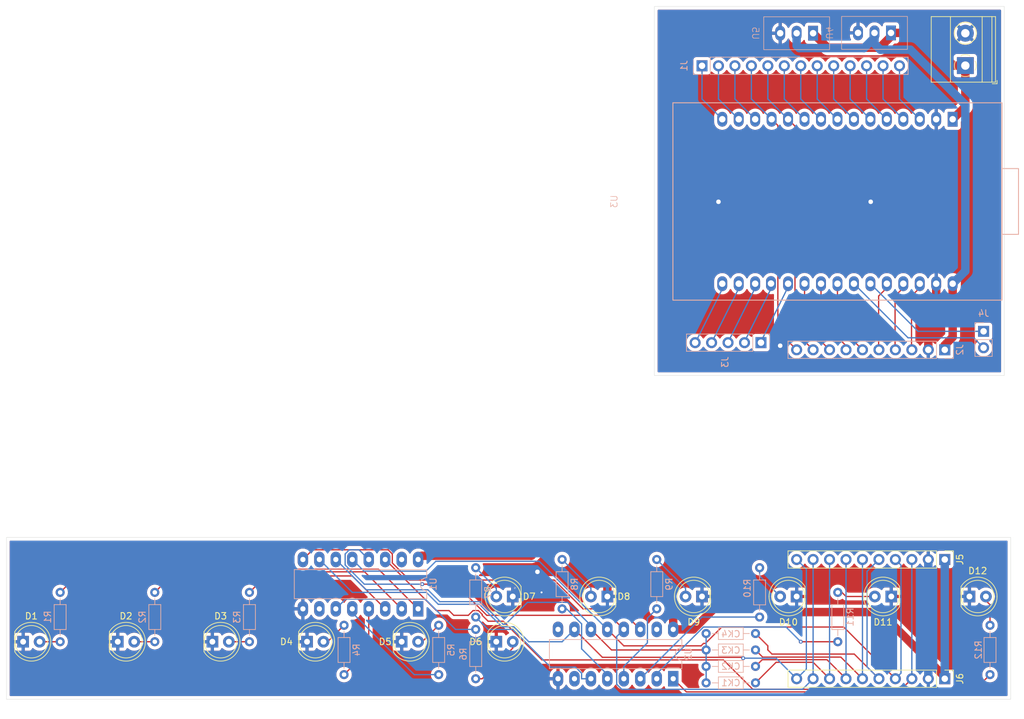
<source format=kicad_pcb>
(kicad_pcb (version 20240108) (generator "pcbnew") (generator_version "8.0")
  (layers (0 "F.Cu" signal) (31 "B.Cu" signal) (34 "B.Paste" user) (35 "F.Paste" user) (36 "B.SilkS" user "B.Silkscreen") (37 "F.SilkS" user "F.Silkscreen") (38 "B.Mask" user) (39 "F.Mask" user) (44 "Edge.Cuts" user))
  (net 0 "")
  (net 1 "Net-(D1-A)")
  (net 2 "GND")
  (net 3 "Net-(D2-A)")
  (net 4 "Net-(D3-A)")
  (net 5 "Net-(D4-A)")
  (net 6 "Net-(D5-A)")
  (net 7 "Net-(D6-A)")
  (net 8 "Net-(D7-A)")
  (net 9 "Net-(D8-A)")
  (net 10 "Net-(D9-A)")
  (net 11 "Net-(D10-A)")
  (net 12 "Net-(D11-A)")
  (net 13 "/SRCLK_3")
  (net 14 "/SRCLK_4")
  (net 15 "/SHARED_DATA")
  (net 16 "/SHARED_OE")
  (net 17 "/SRCLK_1")
  (net 18 "/SHARED_RST")
  (net 19 "/SRCLK_2")
  (net 20 "/SHARED_RCLK")
  (net 21 "+3.3V")
  (net 22 "Net-(U1-QB)")
  (net 23 "Net-(U1-QC)")
  (net 24 "Net-(U1-QD)")
  (net 25 "Net-(U1-QE)")
  (net 26 "Net-(U1-QF)")
  (net 27 "Net-(U1-QG)")
  (net 28 "Net-(U2-QG)")
  (net 29 "Net-(U2-QF)")
  (net 30 "Net-(U2-QE)")
  (net 31 "Net-(U2-QD)")
  (net 32 "Net-(U2-QC)")
  (net 33 "Net-(U2-QB)")
  (net 34 "/SRCLK")
  (net 36 "Net-(U1-QH')")
  (net 41 "+5V")
  (net 42 "Net-(J1-Pin_9)")
  (net 43 "Net-(J1-Pin_3)")
  (net 44 "Net-(J1-Pin_13)")
  (net 45 "Net-(J1-Pin_8)")
  (net 46 "Net-(J1-Pin_2)")
  (net 47 "Net-(J1-Pin_6)")
  (net 48 "Net-(J1-Pin_10)")
  (net 49 "Net-(J1-Pin_1)")
  (net 50 "Net-(J1-Pin_7)")
  (net 51 "Net-(J1-Pin_12)")
  (net 52 "Net-(J1-Pin_11)")
  (net 53 "Net-(J3-Pin_1)")
  (net 54 "Net-(J3-Pin_2)")
  (net 55 "Net-(J3-Pin_4)")
  (net 56 "Net-(J3-Pin_5)")
  (net 57 "Net-(J3-Pin_3)")
  (net 58 "Net-(J4-Pin_2)")
  (net 59 "Net-(J4-Pin_1)")
  (net 60 "Net-(D12-A)")
  (footprint "TerminalBlock_Phoenix:TerminalBlock_Phoenix_MKDS-1,5-2_1x02_P5.00mm_Horizontal" (layer "F.Cu") (at 260.985 29.13 90)
    (property "Reference" "J7" (hide yes))
    (property "Value" "Conn_01x02")
  )
  (footprint "Connector_PinHeader_2.54mm:PinHeader_1x10_P2.54mm_Vertical" (layer "F.Cu") (at 257.81 105.41 -90)
    (property "Reference" "J5")
    (property "Value" "Conn_01x10_Pin")
  )
  (footprint "LED_THT:LED_D5.0mm" (layer "F.Cu") (at 249.555 111.125 180)
    (property "Reference" "D11")
    (property "Value" "LED")
  )
  (footprint "LED_THT:LED_D5.0mm" (layer "F.Cu") (at 144.78 118.11)
    (property "Reference" "D3")
    (property "Value" "LED")
  )
  (footprint "LED_THT:LED_D5.0mm" (layer "F.Cu") (at 234.95 111.125 180)
    (property "Reference" "D10")
    (property "Value" "LED")
  )
  (footprint "LED_THT:LED_D5.0mm" (layer "F.Cu") (at 220.345 111.125 180)
    (property "Reference" "D9")
    (property "Value" "LED")
  )
  (footprint "LED_THT:LED_D5.0mm" (layer "F.Cu") (at 205.74 111.125 180)
    (property "Reference" "D8")
    (property "Value" "LED")
  )
  (footprint "LED_THT:LED_D5.0mm" (layer "F.Cu") (at 191.135 111.125 180)
    (property "Reference" "D7")
    (property "Value" "LED")
  )
  (footprint "LED_THT:LED_D5.0mm" (layer "F.Cu") (at 188.595 118.11)
    (property "Reference" "D6")
    (property "Value" "LED")
  )
  (footprint "LED_THT:LED_D5.0mm" (layer "F.Cu") (at 115.57 118.11)
    (property "Reference" "D1")
    (property "Value" "LED")
  )
  (footprint "LED_THT:LED_D5.0mm" (layer "F.Cu") (at 173.99 118.11)
    (property "Reference" "D5")
    (property "Value" "LED")
  )
  (footprint "Connector_PinHeader_2.54mm:PinHeader_1x10_P2.54mm_Vertical" (layer "F.Cu") (at 257.81 123.825 -90)
    (property "Reference" "J6")
    (property "Value" "Conn_01x10_Pin")
  )
  (footprint "LED_THT:LED_D5.0mm" (layer "F.Cu") (at 159.385 118.11)
    (property "Reference" "D4")
    (property "Value" "LED")
  )
  (footprint "LED_THT:LED_D5.0mm" (layer "F.Cu") (at 261.62 111.125)
    (property "Reference" "D12")
    (property "Value" "LED")
  )
  (footprint "LED_THT:LED_D5.0mm" (layer "F.Cu") (at 130.175 118.11)
    (property "Reference" "D2")
    (property "Value" "LED")
  )
  (footprint "Converter_DCDC_4.7-10Vto3.3V:DCDC_4.7-10to3.3V_THT" (layer "B.Cu") (at 246.965 24.08 90)
    (property "Reference" "U4")
    (property "Value" "~")
  )
  (footprint "Connector_PinSocket_2.54mm:PinSocket_1x05_P2.54mm_Vertical" (layer "B.Cu") (at 229.445 71.92 90)
    (property "Reference" "J3")
    (property "Value" "Conn_01x05_Pin")
  )
  (footprint "Package_DIP:DIP-16_W7.62mm_LongPads" (layer "B.Cu") (at 176.53 113.03 90)
    (property "Reference" "U1")
    (property "Value" "74HC595")
  )
  (footprint "Connector_PinHeader_2.54mm:PinHeader_1x10_P2.54mm_Vertical" (layer "B.Cu") (at 257.81 73.025 90)
    (property "Reference" "J2")
    (property "Value" "Conn_01x10_Pin")
  )
  (footprint "Resistor_THT:R_Axial_DIN0204_L3.6mm_D1.6mm_P7.62mm_Horizontal" (layer "B.Cu") (at 264.795 123.19 90)
    (property "Reference" "R12")
    (property "Value" "R")
  )
  (footprint "Resistor_THT:R_Axial_DIN0204_L3.6mm_D1.6mm_P7.62mm_Horizontal" (layer "B.Cu") (at 165.1 123.19 90)
    (property "Reference" "R4")
    (property "Value" "R")
  )
  (footprint "Resistor_THT:R_Axial_DIN0204_L3.6mm_D1.6mm_P7.62mm_Horizontal" (layer "B.Cu") (at 228.6 121.92 180)
    (property "Reference" "CK2")
    (property "Value" "R")
  )
  (footprint "Resistor_THT:R_Axial_DIN0204_L3.6mm_D1.6mm_P7.62mm_Horizontal" (layer "B.Cu") (at 179.705 123.19 90)
    (property "Reference" "R5")
    (property "Value" "R")
  )
  (footprint "Resistor_THT:R_Axial_DIN0204_L3.6mm_D1.6mm_P7.62mm_Horizontal" (layer "B.Cu") (at 185.42 116.205 -90)
    (property "Reference" "R6")
    (property "Value" "R")
  )
  (footprint "Resistor_THT:R_Axial_DIN0204_L3.6mm_D1.6mm_P7.62mm_Horizontal" (layer "B.Cu") (at 213.36 113.03 90)
    (property "Reference" "R9")
    (property "Value" "R")
  )
  (footprint "Resistor_THT:R_Axial_DIN0204_L3.6mm_D1.6mm_P7.62mm_Horizontal" (layer "B.Cu") (at 198.755 113.03 90)
    (property "Reference" "R8")
    (property "Value" "R")
  )
  (footprint "Resistor_THT:R_Axial_DIN0204_L3.6mm_D1.6mm_P7.62mm_Horizontal" (layer "B.Cu") (at 241.3 118.11 90)
    (property "Reference" "R11")
    (property "Value" "R")
  )
  (footprint "Resistor_THT:R_Axial_DIN0204_L3.6mm_D1.6mm_P7.62mm_Horizontal" (layer "B.Cu") (at 121.285 110.49 -90)
    (property "Reference" "R1")
    (property "Value" "R")
  )
  (footprint "Resistor_THT:R_Axial_DIN0204_L3.6mm_D1.6mm_P7.62mm_Horizontal" (layer "B.Cu") (at 150.495 110.49 -90)
    (property "Reference" "R3")
    (property "Value" "R")
  )
  (footprint "Resistor_THT:R_Axial_DIN0204_L3.6mm_D1.6mm_P7.62mm_Horizontal" (layer "B.Cu") (at 229.235 114.3 90)
    (property "Reference" "R10")
    (property "Value" "R")
  )
  (footprint "Package_DIP:DIP-16_W7.62mm_LongPads" (layer "B.Cu") (at 215.9 123.825 90)
    (property "Reference" "U2")
    (property "Value" "74HC595")
  )
  (footprint "ESP32_Nodemcu_devkit:ESP32_Nodemcu_devkit" (layer "B.Cu") (at 243.79 50.115 -90)
    (property "Reference" "U3")
    (property "Value" "~")
  )
  (footprint "Resistor_THT:R_Axial_DIN0204_L3.6mm_D1.6mm_P7.62mm_Horizontal" (layer "B.Cu") (at 228.6 124.46 180)
    (property "Reference" "CK1")
    (property "Value" "R")
  )
  (footprint "Resistor_THT:R_Axial_DIN0204_L3.6mm_D1.6mm_P7.62mm_Horizontal" (layer "B.Cu") (at 135.89 110.49 -90)
    (property "Reference" "R2")
    (property "Value" "R")
  )
  (footprint "Resistor_THT:R_Axial_DIN0204_L3.6mm_D1.6mm_P7.62mm_Horizontal" (layer "B.Cu") (at 228.6 116.84 180)
    (property "Reference" "CK4")
    (property "Value" "R")
  )
  (footprint "Connector_PinSocket_2.54mm:PinSocket_1x02_P2.54mm_Vertical" (layer "B.Cu") (at 263.8 70.17 180)
    (property "Reference" "J4")
    (property "Value" "Conn_01x02_Pin")
  )
  (footprint "Connector_PinSocket_2.54mm:PinSocket_1x13_P2.54mm_Vertical" (layer "B.Cu") (at 220.345 29.16 -90)
    (property "Reference" "J1")
    (property "Value" "Conn_01x13_Pin")
  )
  (footprint "Converter_DCDC_4.7-10Vto3.3V:DCDC_4.7-10to3.3V_THT" (layer "B.Cu") (at 234.95 24.13 90)
    (property "Reference" "U5")
    (property "Value" "~")
  )
  (footprint "Resistor_THT:R_Axial_DIN0204_L3.6mm_D1.6mm_P7.62mm_Horizontal" (layer "B.Cu") (at 185.42 114.3 90)
    (property "Reference" "R7")
    (property "Value" "R")
  )
  (footprint "Resistor_THT:R_Axial_DIN0204_L3.6mm_D1.6mm_P7.62mm_Horizontal" (layer "B.Cu") (at 228.6 119.38 180)
    (property "Reference" "CK3")
    (property "Value" "R")
  )
  (gr_line (start 233.825 62.92) (end 229.365 71.92) (stroke (width 0.2)) (layer "B.Cu") (net 53))
  (gr_line (start 228.825 62.92) (end 224.315 71.945) (stroke (width 0.2)) (layer "B.Cu") (net 57))
  (gr_line (start 226.325 62.92) (end 221.825 71.92) (stroke (width 0.2)) (layer "B.Cu") (net 55))
  (gr_line (start 223.825 62.92) (end 219.325 71.92) (stroke (width 0.2)) (layer "B.Cu") (net 56))
  (gr_line (start 231.325 62.92) (end 226.825 71.92) (stroke (width 0.2)) (layer "B.Cu") (net 54))
  (gr_rect (start 213 20) (end 267 77) (stroke (width 0.05)) (fill none) (layer "Edge.Cuts"))
  (gr_rect (start 113 102) (end 268 127) (stroke (width 0.05)) (fill none) (layer "Edge.Cuts"))
  (segment (start 121.285 118.11) (end 118.11 118.11) (width 0.2) (layer "F.Cu") (net 1))
  (segment (start 205.74 108.925) (end 205.74 111.125) (width 1.3) (layer "F.Cu") (net 2))
  (segment (start 256.49 62.815) (end 256.49 65.258) (width 1.3) (layer "F.Cu") (net 2))
  (segment (start 256.49 65.258) (end 255.27 66.478) (width 1.3) (layer "F.Cu") (net 2))
  (segment (start 255.27 66.478) (end 255.27 73.025) (width 1.3) (layer "F.Cu") (net 2))
  (segment (start 194.945 107.315) (end 204.13 107.315) (width 1.3) (layer "F.Cu") (net 2))
  (segment (start 204.13 107.315) (end 205.74 108.925) (width 1.3) (layer "F.Cu") (net 2))
  (via (at 194.945 107.315) (size 1) (drill 0.7) (layers "F.Cu" "B.Cu") (net 2))
  (via (at 232.41 72.39) (size 1) (drill 0.7) (layers "F.Cu" "B.Cu") (net 2))
  (via (at 246.38 50.165) (size 1) (drill 0.7) (layers "F.Cu" "B.Cu") (net 2))
  (via (at 222.885 50.165) (size 1) (drill 0.7) (layers "F.Cu" "B.Cu") (net 2))
  (via (at 195.58 110.49) (size 0.6) (drill 0.3) (layers "F.Cu" "B.Cu") (net 2))
  (segment (start 255.27 105.41) (end 255.27 123.825) (width 1.3) (layer "B.Cu") (net 2))
  (segment (start 191.135 111.125) (end 194.945 107.315) (width 1.3) (layer "B.Cu") (net 2))
  (segment (start 135.89 118.11) (end 132.715 118.11) (width 0.2) (layer "F.Cu") (net 3))
  (segment (start 150.495 118.11) (end 147.32 118.11) (width 0.2) (layer "F.Cu") (net 4))
  (segment (start 162.56 118.11) (end 161.925 118.11) (width 0.2) (layer "F.Cu") (net 5))
  (segment (start 165.1 115.57) (end 162.56 118.11) (width 0.2) (layer "F.Cu") (net 5))
  (segment (start 179.705 115.57) (end 177.165 118.11) (width 0.2) (layer "F.Cu") (net 6))
  (segment (start 177.165 118.11) (end 176.53 118.11) (width 0.2) (layer "F.Cu") (net 6))
  (segment (start 191.135 119.099949) (end 191.135 118.11) (width 0.2) (layer "F.Cu") (net 7))
  (segment (start 185.42 123.825) (end 186.409949 123.825) (width 0.2) (layer "F.Cu") (net 7))
  (segment (start 186.409949 123.825) (end 191.135 119.099949) (width 0.2) (layer "F.Cu") (net 7))
  (segment (start 188.595 109.855) (end 188.595 111.125) (width 0.2) (layer "B.Cu") (net 8))
  (segment (start 185.42 106.68) (end 188.595 109.855) (width 0.2) (layer "B.Cu") (net 8))
  (segment (start 203.2 109.855) (end 203.2 111.125) (width 0.2) (layer "B.Cu") (net 9))
  (segment (start 198.755 105.41) (end 203.2 109.855) (width 0.2) (layer "B.Cu") (net 9))
  (segment (start 217.805 109.855) (end 217.805 111.125) (width 0.2) (layer "B.Cu") (net 10))
  (segment (start 213.36 105.41) (end 217.805 109.855) (width 0.2) (layer "B.Cu") (net 10))
  (segment (start 229.235 107.95) (end 229.235 106.68) (width 0.2) (layer "B.Cu") (net 11))
  (segment (start 232.41 111.125) (end 229.235 107.95) (width 0.2) (layer "B.Cu") (net 11))
  (segment (start 242.57 111.125) (end 247.015 111.125) (width 0.2) (layer "F.Cu") (net 12))
  (segment (start 241.3 110.49) (end 241.935 110.49) (width 0.2) (layer "F.Cu") (net 12))
  (segment (start 241.935 110.49) (end 242.57 111.125) (width 0.2) (layer "F.Cu") (net 12))
  (segment (start 229.705 120.485) (end 241.77 120.485) (width 0.2) (layer "F.Cu") (net 13))
  (segment (start 228.6 119.38) (end 229.705 120.485) (width 0.2) (layer "F.Cu") (net 13))
  (segment (start 241.25 69.165) (end 245.11 73.025) (width 0.2) (layer "F.Cu") (net 13))
  (segment (start 241.25 62.815) (end 241.25 69.165) (width 0.2) (layer "F.Cu") (net 13))
  (segment (start 241.77 120.485) (end 245.11 123.825) (width 0.2) (layer "F.Cu") (net 13))
  (segment (start 245.11 105.41) (end 245.11 123.825) (width 0.2) (layer "B.Cu") (net 13))
  (segment (start 230.505 118.745) (end 228.6 116.84) (width 0.2) (layer "F.Cu") (net 14))
  (segment (start 247.65 123.825) (end 243.84 120.015) (width 0.2) (layer "F.Cu") (net 14))
  (segment (start 231.14 120.015) (end 230.505 119.38) (width 0.2) (layer "F.Cu") (net 14))
  (segment (start 248.87 63.45) (end 247.6 64.72) (width 0.2) (layer "F.Cu") (net 14))
  (segment (start 243.84 120.015) (end 231.14 120.015) (width 0.2) (layer "F.Cu") (net 14))
  (segment (start 248.87 62.815) (end 248.87 63.45) (width 0.2) (layer "F.Cu") (net 14))
  (segment (start 230.505 119.38) (end 230.505 118.745) (width 0.2) (layer "F.Cu") (net 14))
  (segment (start 247.6 64.72) (end 247.6 72.34) (width 0.2) (layer "F.Cu") (net 14))
  (segment (start 245.815 121.99) (end 247.65 123.825) (width 0.2) (layer "B.Cu") (net 14))
  (segment (start 247.65 105.41) (end 245.815 107.245) (width 0.2) (layer "B.Cu") (net 14))
  (segment (start 245.815 107.245) (end 245.815 121.99) (width 0.2) (layer "B.Cu") (net 14))
  (segment (start 182.03 114.03) (end 181.3 113.3) (width 0.2) (layer "F.Cu") (net 15))
  (segment (start 185.834214 113.3) (end 185.005786 113.3) (width 0.2) (layer "F.Cu") (net 15))
  (segment (start 185.005786 113.3) (end 184.275786 114.03) (width 0.2) (layer "F.Cu") (net 15))
  (segment (start 252.73 123.825) (end 251.095 125.46) (width 0.2) (layer "F.Cu") (net 15))
  (segment (start 253.95 62.815) (end 253.95 63.45) (width 0.2) (layer "F.Cu") (net 15))
  (segment (start 252.68 64.72) (end 252.68 72.34) (width 0.2) (layer "F.Cu") (net 15))
  (segment (start 186.42 114.03) (end 186.42 113.885786) (width 0.2) (layer "F.Cu") (net 15))
  (segment (start 223.645786 120.92) (end 195.642057 120.92) (width 0.2) (layer "F.Cu") (net 15))
  (segment (start 184.275786 114.03) (end 182.03 114.03) (width 0.2) (layer "F.Cu") (net 15))
  (segment (start 179.34 113.3) (end 171.45 105.41) (width 0.2) (layer "F.Cu") (net 15))
  (segment (start 195.642057 120.92) (end 189.657057 114.935) (width 0.2) (layer "F.Cu") (net 15))
  (segment (start 228.185786 125.46) (end 223.645786 120.92) (width 0.2) (layer "F.Cu") (net 15))
  (segment (start 181.3 113.3) (end 179.34 113.3) (width 0.2) (layer "F.Cu") (net 15))
  (segment (start 251.095 125.46) (end 228.185786 125.46) (width 0.2) (layer "F.Cu") (net 15))
  (segment (start 253.95 63.45) (end 252.68 64.72) (width 0.2) (layer "F.Cu") (net 15))
  (segment (start 186.42 113.885786) (end 185.834214 113.3) (width 0.2) (layer "F.Cu") (net 15))
  (segment (start 189.657057 114.935) (end 187.325 114.935) (width 0.2) (layer "F.Cu") (net 15))
  (segment (start 187.325 114.935) (end 186.42 114.03) (width 0.2) (layer "F.Cu") (net 15))
  (segment (start 252.73 105.41) (end 252.73 123.825) (width 0.2) (layer "B.Cu") (net 15))
  (segment (start 233.63 37.415) (end 234.692 38.477) (width 0.2) (layer "F.Cu") (net 16))
  (segment (start 187.1299 114.03) (end 182.3199 109.22) (width 0.2) (layer "F.Cu") (net 16))
  (segment (start 206.105 114.03) (end 187.1299 114.03) (width 0.2) (layer "F.Cu") (net 16))
  (segment (start 234.692 38.477) (end 234.692 70.227) (width 0.2) (layer "F.Cu") (net 16))
  (segment (start 234.692 70.227) (end 237.49 73.025) (width 0.2) (layer "F.Cu") (net 16))
  (segment (start 208.28 116.205) (end 206.105 114.03) (width 0.2) (layer "F.Cu") (net 16))
  (segment (start 182.3199 109.22) (end 177.165 109.22) (width 0.2) (layer "F.Cu") (net 16))
  (via (at 177.165 109.22) (size 0.6) (drill 0.3) (layers "F.Cu" "B.Cu") (net 16))
  (segment (start 165.27 104.554365) (end 165.914365 103.91) (width 0.2) (layer "B.Cu") (net 16))
  (segment (start 207.959365 125.46) (end 207.18 124.680635) (width 0.2) (layer "B.Cu") (net 16))
  (segment (start 237.49 105.41) (end 237.49 123.825) (width 0.2) (layer "B.Cu") (net 16))
  (segment (start 230.505 29.16) (end 230.505 34.29) (width 0.2) (layer "B.Cu") (net 16))
  (segment (start 207.18 124.680635) (end 207.18 117.305) (width 0.2) (layer "B.Cu") (net 16))
  (segment (start 207.18 117.305) (end 208.28 116.205) (width 0.2) (layer "B.Cu") (net 16))
  (segment (start 165.27 106.265635) (end 165.27 104.554365) (width 0.2) (layer "B.Cu") (net 16))
  (segment (start 235.855 125.46) (end 207.959365 125.46) (width 0.2) (layer "B.Cu") (net 16))
  (segment (start 167.41 103.91) (end 168.91 105.41) (width 0.2) (layer "B.Cu") (net 16))
  (segment (start 177.165 109.22) (end 168.224365 109.22) (width 0.2) (layer "B.Cu") (net 16))
  (segment (start 168.224365 109.22) (end 165.27 106.265635) (width 0.2) (layer "B.Cu") (net 16))
  (segment (start 230.505 34.29) (end 233.63 37.415) (width 0.2) (layer "B.Cu") (net 16))
  (segment (start 165.914365 103.91) (end 167.41 103.91) (width 0.2) (layer "B.Cu") (net 16))
  (segment (start 237.49 123.825) (end 235.855 125.46) (width 0.2) (layer "B.Cu") (net 16))
  (segment (start 236.17 62.789977) (end 236.17 69.165) (width 0.2) (layer "F.Cu") (net 17))
  (segment (start 231.775 121.285) (end 237.49 121.285) (width 0.2) (layer "F.Cu") (net 17))
  (segment (start 237.49 121.285) (end 240.03 123.825) (width 0.2) (layer "F.Cu") (net 17))
  (segment (start 236.17 69.165) (end 240.03 73.025) (width 0.2) (layer "F.Cu") (net 17))
  (segment (start 228.6 124.46) (end 231.775 121.285) (width 0.2) (layer "F.Cu") (net 17))
  (segment (start 240.03 105.41) (end 240.03 123.825) (width 0.2) (layer "B.Cu") (net 17))
  (segment (start 204.975 120.52) (end 200.66 116.205) (width 0.2) (layer "F.Cu") (net 18))
  (segment (start 226.565 120.52) (end 204.975 120.52) (width 0.2) (layer "F.Cu") (net 18))
  (segment (start 232.051912 38.376912) (end 232.051912 70.126912) (width 0.2) (layer "F.Cu") (net 18))
  (segment (start 226.695 120.65) (end 226.565 120.52) (width 0.2) (layer "F.Cu") (net 18))
  (segment (start 232.051912 70.126912) (end 234.95 73.025) (width 0.2) (layer "F.Cu") (net 18))
  (segment (start 231.09 37.415) (end 232.051912 38.376912) (width 0.2) (layer "F.Cu") (net 18))
  (via (at 226.695 120.65) (size 0.6) (drill 0.3) (layers "F.Cu" "B.Cu") (net 18))
  (segment (start 161.29 105.41) (end 166.37 110.49) (width 0.2) (layer "B.Cu") (net 18))
  (segment (start 185.985 112.325) (end 189.465 115.805) (width 0.2) (layer "B.Cu") (net 18))
  (segment (start 227.965 34.29) (end 231.09 37.415) (width 0.2) (layer "B.Cu") (net 18))
  (segment (start 227.965 29.16) (end 227.965 34.29) (width 0.2) (layer "B.Cu") (net 18))
  (segment (start 231.775 120.65) (end 226.695 120.65) (width 0.2) (layer "B.Cu") (net 18))
  (segment (start 166.37 110.49) (end 177.8 110.49) (width 0.2) (layer "B.Cu") (net 18))
  (segment (start 179.635 112.325) (end 185.985 112.325) (width 0.2) (layer "B.Cu") (net 18))
  (segment (start 198.755 118.11) (end 200.66 116.205) (width 0.2) (layer "B.Cu") (net 18))
  (segment (start 234.95 123.825) (end 231.775 120.65) (width 0.2) (layer "B.Cu") (net 18))
  (segment (start 236.45 106.91) (end 236.45 122.325) (width 0.2) (layer "B.Cu") (net 18))
  (segment (start 236.45 122.325) (end 234.95 123.825) (width 0.2) (layer "B.Cu") (net 18))
  (segment (start 193.605686 118.11) (end 198.755 118.11) (width 0.2) (layer "B.Cu") (net 18))
  (segment (start 189.465 115.805) (end 191.300686 115.805) (width 0.2) (layer "B.Cu") (net 18))
  (segment (start 234.95 105.41) (end 236.45 106.91) (width 0.2) (layer "B.Cu") (net 18))
  (segment (start 177.8 110.49) (end 179.635 112.325) (width 0.2) (layer "B.Cu") (net 18))
  (segment (start 191.300686 115.805) (end 193.605686 118.11) (width 0.2) (layer "B.Cu") (net 18))
  (segment (start 228.6 121.92) (end 229.635 120.885) (width 0.2) (layer "F.Cu") (net 19))
  (segment (start 229.635 120.885) (end 239.63 120.885) (width 0.2) (layer "F.Cu") (net 19))
  (segment (start 238.71 68.53) (end 242.52 72.34) (width 0.2) (layer "F.Cu") (net 19))
  (segment (start 239.63 120.885) (end 242.57 123.825) (width 0.2) (layer "F.Cu") (net 19))
  (segment (start 238.71 62.815) (end 238.71 68.53) (width 0.2) (layer "F.Cu") (net 19))
  (segment (start 242.57 105.41) (end 242.57 123.825) (width 0.2) (layer "B.Cu") (net 19))
  (segment (start 251.41 62.815) (end 251.41 63.45) (width 0.2) (layer "F.Cu") (net 20))
  (segment (start 220.565786 118.38) (end 220.200786 118.745) (width 0.2) (layer "F.Cu") (net 20))
  (segment (start 208.28 118.745) (end 205.74 116.205) (width 0.2) (layer "F.Cu") (net 20))
  (segment (start 250.19 123.825) (end 242.205 115.84) (width 0.2) (layer "F.Cu") (net 20))
  (segment (start 223.394214 115.84) (end 220.854214 118.38) (width 0.2) (layer "F.Cu") (net 20))
  (segment (start 220.854214 118.38) (end 220.565786 118.38) (width 0.2) (layer "F.Cu") (net 20))
  (segment (start 250.14 64.72) (end 250.14 72.34) (width 0.2) (layer "F.Cu") (net 20))
  (segment (start 242.205 115.84) (end 223.394214 115.84) (width 0.2) (layer "F.Cu") (net 20))
  (segment (start 220.200786 118.745) (end 208.28 118.745) (width 0.2) (layer "F.Cu") (net 20))
  (segment (start 251.41 63.45) (end 250.14 64.72) (width 0.2) (layer "F.Cu") (net 20))
  (segment (start 195.215 105.68) (end 179.27 105.68) (width 0.2) (layer "B.Cu") (net 20))
  (segment (start 177.74 107.21) (end 168.17 107.21) (width 0.2) (layer "B.Cu") (net 20))
  (segment (start 168.17 107.21) (end 166.37 105.41) (width 0.2) (layer "B.Cu") (net 20))
  (segment (start 205.74 116.205) (end 195.215 105.68) (width 0.2) (layer "B.Cu") (net 20))
  (segment (start 179.27 105.68) (end 177.74 107.21) (width 0.2) (layer "B.Cu") (net 20))
  (segment (start 250.19 105.41) (end 251.055 106.275) (width 0.2) (layer "B.Cu") (net 20))
  (segment (start 251.055 122.96) (end 250.19 123.825) (width 0.2) (layer "B.Cu") (net 20))
  (segment (start 251.055 106.275) (end 251.055 122.96) (width 0.2) (layer "B.Cu") (net 20))
  (segment (start 195.275862 103.56) (end 194.005862 104.83) (width 1.3) (layer "F.Cu") (net 21))
  (segment (start 215.9 112.953704) (end 206.506296 103.56) (width 1.3) (layer "F.Cu") (net 21))
  (segment (start 215.9 116.205) (end 215.9 112.953704) (width 1.3) (layer "F.Cu") (net 21))
  (segment (start 218.998704 116.205) (end 215.9 116.205) (width 1.3) (layer "F.Cu") (net 21))
  (segment (start 222.753704 112.45) (end 218.998704 116.205) (width 1.3) (layer "F.Cu") (net 21))
  (segment (start 206.506296 103.56) (end 195.275862 103.56) (width 1.3) (layer "F.Cu") (net 21))
  (segment (start 231.085 113.533704) (end 230.001296 112.45) (width 1.3) (layer "F.Cu") (net 21))
  (segment (start 259.03 71.07) (end 257.76 72.34) (width 1.3) (layer "F.Cu") (net 21))
  (segment (start 177.11 104.83) (end 194.005862 104.83) (width 1.3) (layer "F.Cu") (net 21))
  (segment (start 230.001296 112.45) (end 222.753704 112.45) (width 1.3) (layer "F.Cu") (net 21))
  (segment (start 259.03 62.815) (end 259.03 71.07) (width 1.3) (layer "F.Cu") (net 21))
  (segment (start 176.53 105.41) (end 177.11 104.83) (width 1.3) (layer "F.Cu") (net 21))
  (segment (start 257.81 123.536572) (end 247.807132 113.533704) (width 1.3) (layer "F.Cu") (net 21))
  (segment (start 257.81 123.825) (end 257.81 123.536572) (width 1.3) (layer "F.Cu") (net 21))
  (segment (start 247.807132 113.533704) (end 231.085 113.533704) (width 1.3) (layer "F.Cu") (net 21))
  (segment (start 246.965 24.08) (end 246.965 24.815) (width 1.3) (layer "B.Cu") (net 21))
  (segment (start 257.81 105.41) (end 257.81 123.825) (width 1.3) (layer "B.Cu") (net 21))
  (segment (start 247.874 26.67) (end 252.49 26.67) (width 1.3) (layer "B.Cu") (net 21))
  (segment (start 235.338 26.423) (end 234.95 26.035) (width 1.3) (layer "B.Cu") (net 21))
  (segment (start 259.03 62.815) (end 260.985 60.86) (width 1.3) (layer "B.Cu") (net 21))
  (segment (start 252.49 26.67) (end 260.985 35.165) (width 1.3) (layer "B.Cu") (net 21))
  (segment (start 246.965 24.815) (end 245.357 26.423) (width 1.3) (layer "B.Cu") (net 21))
  (segment (start 260.985 35.165) (end 260.985 60.86) (width 1.3) (layer "B.Cu") (net 21))
  (segment (start 246.965 24.08) (end 246.965 25.761) (width 1.3) (layer "B.Cu") (net 21))
  (segment (start 234.95 26.035) (end 234.95 24.13) (width 1.3) (layer "B.Cu") (net 21))
  (segment (start 246.965 25.761) (end 247.874 26.67) (width 1.3) (layer "B.Cu") (net 21))
  (segment (start 245.357 26.423) (end 235.338 26.423) (width 1.3) (layer "B.Cu") (net 21))
  (segment (start 176.53 113.03) (end 170.41 106.91) (width 0.2) (layer "F.Cu") (net 22))
  (segment (start 124.865 106.91) (end 121.285 110.49) (width 0.2) (layer "F.Cu") (net 22))
  (segment (start 170.41 106.91) (end 124.865 106.91) (width 0.2) (layer "F.Cu") (net 22))
  (segment (start 173.99 113.03) (end 168.275 107.315) (width 0.2) (layer "F.Cu") (net 23))
  (segment (start 168.275 107.315) (end 139.065 107.315) (width 0.2) (layer "F.Cu") (net 23))
  (segment (start 139.065 107.315) (end 135.89 110.49) (width 0.2) (layer "F.Cu") (net 23))
  (segment (start 171.45 113.03) (end 166.37 107.95) (width 0.2) (layer "F.Cu") (net 24))
  (segment (start 153.035 107.95) (end 150.495 110.49) (width 0.2) (layer "F.Cu") (net 24))
  (segment (start 166.37 107.95) (end 153.035 107.95) (width 0.2) (layer "F.Cu") (net 24))
  (segment (start 168.91 113.03) (end 168.91 119.38) (width 0.2) (layer "F.Cu") (net 25))
  (segment (start 168.91 119.38) (end 165.1 123.19) (width 0.2) (layer "F.Cu") (net 25))
  (segment (start 166.37 113.63) (end 166.37 113.03) (width 0.2) (layer "B.Cu") (net 26))
  (segment (start 179.705 123.19) (end 175.93 123.19) (width 0.2) (layer "B.Cu") (net 26))
  (segment (start 175.93 123.19) (end 166.37 113.63) (width 0.2) (layer "B.Cu") (net 26))
  (segment (start 182.305 116.205) (end 177.63 111.53) (width 0.2) (layer "B.Cu") (net 27))
  (segment (start 185.42 116.205) (end 182.305 116.205) (width 0.2) (layer "B.Cu") (net 27))
  (segment (start 177.63 111.53) (end 165.33 111.53) (width 0.2) (layer "B.Cu") (net 27))
  (segment (start 165.33 111.53) (end 163.83 113.03) (width 0.2) (layer "B.Cu") (net 27))
  (segment (start 187.325 116.205) (end 185.42 114.3) (width 0.2) (layer "B.Cu") (net 28))
  (segment (start 200.815635 122.025) (end 196.955 122.025) (width 0.2) (layer "B.Cu") (net 28))
  (segment (start 201.76 122.969365) (end 200.815635 122.025) (width 0.2) (layer "B.Cu") (net 28))
  (segment (start 203.2 123.825) (end 201.76 123.825) (width 0.2) (layer "B.Cu") (net 28))
  (segment (start 196.955 122.025) (end 191.135 116.205) (width 0.2) (layer "B.Cu") (net 28))
  (segment (start 191.135 116.205) (end 187.325 116.205) (width 0.2) (layer "B.Cu") (net 28))
  (segment (start 201.76 123.825) (end 201.76 122.969365) (width 0.2) (layer "B.Cu") (net 28))
  (segment (start 205.74 123.19) (end 201.76 119.21) (width 0.2) (layer "B.Cu") (net 29))
  (segment (start 201.76 119.21) (end 201.76 115.349365) (width 0.2) (layer "B.Cu") (net 29))
  (segment (start 205.74 123.825) (end 205.74 123.19) (width 0.2) (layer "B.Cu") (net 29))
  (segment (start 201.76 115.349365) (end 199.440635 113.03) (width 0.2) (layer "B.Cu") (net 29))
  (segment (start 199.440635 113.03) (end 198.755 113.03) (width 0.2) (layer "B.Cu") (net 29))
  (segment (start 213.36 113.03) (end 211.92 114.47) (width 0.2) (layer "B.Cu") (net 30))
  (segment (start 208.28 121.92) (end 208.28 123.825) (width 0.2) (layer "B.Cu") (net 30))
  (segment (start 211.92 114.47) (end 211.92 118.28) (width 0.2) (layer "B.Cu") (net 30))
  (segment (start 211.92 118.28) (end 208.28 121.92) (width 0.2) (layer "B.Cu") (net 30))
  (segment (start 229.235 114.3) (end 220.345 114.3) (width 0.2) (layer "B.Cu") (net 31))
  (segment (start 220.345 114.3) (end 210.82 123.825) (width 0.2) (layer "B.Cu") (net 31))
  (segment (start 241.3 118.11) (end 235.585 118.11) (width 0.2) (layer "F.Cu") (net 32))
  (via (at 235.585 118.11) (size 0.6) (drill 0.3) (layers "F.Cu" "B.Cu") (net 32))
  (segment (start 220.565786 115.84) (end 213.36 123.045786) (width 0.2) (layer "B.Cu") (net 32))
  (segment (start 233.315 115.84) (end 220.565786 115.84) (width 0.2) (layer "B.Cu") (net 32))
  (segment (start 213.36 123.045786) (end 213.36 123.825) (width 0.2) (layer "B.Cu") (net 32))
  (segment (start 235.585 118.11) (end 233.315 115.84) (width 0.2) (layer "B.Cu") (net 32))
  (segment (start 262.76 125.225) (end 264.795 123.19) (width 0.2) (layer "F.Cu") (net 33))
  (segment (start 262.76 125.86) (end 262.76 125.225) (width 0.2) (layer "F.Cu") (net 33))
  (segment (start 217.935 125.86) (end 215.9 123.825) (width 0.2) (layer "F.Cu") (net 33))
  (segment (start 262.76 125.86) (end 217.935 125.86) (width 0.2) (layer "F.Cu") (net 33))
  (segment (start 206.375 119.38) (end 203.2 116.205) (width 0.2) (layer "F.Cu") (net 34))
  (segment (start 220.98 119.38) (end 206.375 119.38) (width 0.2) (layer "F.Cu") (net 34))
  (segment (start 179.87 111.925) (end 178.035 110.09) (width 0.2) (layer "B.Cu") (net 34))
  (segment (start 203.2 116.205) (end 203.2 115.605) (width 0.2) (layer "B.Cu") (net 34))
  (segment (start 168.51 110.09) (end 163.83 105.41) (width 0.2) (layer "B.Cu") (net 34))
  (segment (start 186.150686 111.925) (end 179.87 111.925) (width 0.2) (layer "B.Cu") (net 34))
  (segment (start 220.98 116.84) (end 220.98 124.46) (width 0.2) (layer "B.Cu") (net 34))
  (segment (start 203.2 115.605) (end 199.625 112.03) (width 0.2) (layer "B.Cu") (net 34))
  (segment (start 189.630686 115.405) (end 186.150686 111.925) (width 0.2) (layer "B.Cu") (net 34))
  (segment (start 199.625 112.03) (end 193.405 112.03) (width 0.2) (layer "B.Cu") (net 34))
  (segment (start 190.03 115.405) (end 189.630686 115.405) (width 0.2) (layer "B.Cu") (net 34))
  (segment (start 178.035 110.09) (end 168.51 110.09) (width 0.2) (layer "B.Cu") (net 34))
  (segment (start 193.405 112.03) (end 190.03 115.405) (width 0.2) (layer "B.Cu") (net 34))
  (segment (start 160.25 103.91) (end 171.905635 103.91) (width 0.2) (layer "F.Cu") (net 36))
  (segment (start 171.905635 103.91) (end 172.55 104.554365) (width 0.2) (layer "F.Cu") (net 36))
  (segment (start 197.535635 108.585) (end 201.980635 113.03) (width 0.2) (layer "F.Cu") (net 36))
  (segment (start 158.75 105.41) (end 160.25 103.91) (width 0.2) (layer "F.Cu") (net 36))
  (segment (start 175.190686 108.585) (end 197.535635 108.585) (width 0.2) (layer "F.Cu") (net 36))
  (segment (start 172.55 104.554365) (end 172.55 105.944314) (width 0.2) (layer "F.Cu") (net 36))
  (segment (start 172.55 105.944314) (end 175.190686 108.585) (width 0.2) (layer "F.Cu") (net 36))
  (segment (start 207.645 113.03) (end 210.82 116.205) (width 0.2) (layer "F.Cu") (net 36))
  (segment (start 201.980635 113.03) (end 207.645 113.03) (width 0.2) (layer "F.Cu") (net 36))
  (segment (start 249.505 24.624976) (end 249.505 24.08) (width 1.3) (layer "F.Cu") (net 41))
  (segment (start 239.733 26.373) (end 247.756976 26.373) (width 1.3) (layer "F.Cu") (net 41))
  (segment (start 254.11 24.08) (end 249.505 24.08) (width 1.3) (layer "F.Cu") (net 41))
  (segment (start 249.505 24.08) (end 250.14 24.08) (width 0.2) (layer "F.Cu") (net 41))
  (segment (start 260.985 29.13) (end 260.985 35.46) (width 1.3) (layer "F.Cu") (net 41))
  (segment (start 260.985 29.13) (end 259.16 29.13) (width 1.3) (layer "F.Cu") (net 41))
  (segment (start 259.16 29.13) (end 254.11 24.08) (width 1.3) (layer "F.Cu") (net 41))
  (segment (start 247.756976 26.373) (end 249.505 24.624976) (width 1.3) (layer "F.Cu") (net 41))
  (segment (start 237.49 24.13) (end 239.733 26.373) (width 1.3) (layer "F.Cu") (net 41))
  (segment (start 260.985 35.46) (end 259.03 37.415) (width 1.3) (layer "F.Cu") (net 41))
  (segment (start 240.665 29.16) (end 240.665 34.29) (width 0.2) (layer "B.Cu") (net 42))
  (segment (start 240.665 34.29) (end 243.79 37.415) (width 0.2) (layer "B.Cu") (net 42))
  (segment (start 225.425 34.29) (end 228.55 37.415) (width 0.2) (layer "B.Cu") (net 43))
  (segment (start 225.425 29.16) (end 225.425 34.29) (width 0.2) (layer "B.Cu") (net 43))
  (segment (start 250.825 29.16) (end 250.825 34.29) (width 0.2) (layer "B.Cu") (net 44))
  (segment (start 250.825 34.29) (end 253.95 37.415) (width 0.2) (layer "B.Cu") (net 44))
  (segment (start 238.125 29.16) (end 238.125 34.29) (width 0.2) (layer "B.Cu") (net 45))
  (segment (start 238.125 34.29) (end 241.25 37.415) (width 0.2) (layer "B.Cu") (net 45))
  (segment (start 222.885 34.29) (end 226.01 37.415) (width 0.2) (layer "B.Cu") (net 46))
  (segment (start 222.885 29.16) (end 222.885 34.29) (width 0.2) (layer "B.Cu") (net 46))
  (segment (start 233.045 29.16) (end 233.045 34.29) (width 0.2) (layer "B.Cu") (net 47))
  (segment (start 233.045 34.29) (end 236.17 37.415) (width 0.2) (layer "B.Cu") (net 47))
  (segment (start 243.205 34.29) (end 246.33 37.415) (width 0.2) (layer "B.Cu") (net 48))
  (segment (start 243.205 29.16) (end 243.205 34.29) (width 0.2) (layer "B.Cu") (net 48))
  (segment (start 220.345 29.16) (end 220.345 34.29) (width 0.2) (layer "B.Cu") (net 49))
  (segment (start 220.345 34.29) (end 223.47 37.415) (width 0.2) (layer "B.Cu") (net 49))
  (segment (start 235.585 34.29) (end 238.71 37.415) (width 0.2) (layer "B.Cu") (net 50))
  (segment (start 235.585 29.16) (end 235.585 34.29) (width 0.2) (layer "B.Cu") (net 50))
  (segment (start 248.285 34.29) (end 251.41 37.415) (width 0.2) (layer "B.Cu") (net 51))
  (segment (start 248.285 29.16) (end 248.285 34.29) (width 0.2) (layer "B.Cu") (net 51))
  (segment (start 245.745 29.16) (end 245.745 34.29) (width 0.2) (layer "B.Cu") (net 52))
  (segment (start 245.745 34.29) (end 248.87 37.415) (width 0.2) (layer "B.Cu") (net 52))
  (segment (start 243.79 62.815) (end 252.145 71.17) (width 0.2) (layer "B.Cu") (net 58))
  (segment (start 252.145 71.17) (end 262.26 71.17) (width 0.2) (layer "B.Cu") (net 58))
  (segment (start 262.26 71.17) (end 263.8 72.71) (width 0.2) (layer "B.Cu") (net 58))
  (segment (start 253.685 70.17) (end 263.8 70.17) (width 0.2) (layer "B.Cu") (net 59))
  (segment (start 246.33 62.815) (end 253.685 70.17) (width 0.2) (layer "B.Cu") (net 59))
  (segment (start 264.16 111.76) (end 264.795 112.395) (width 0.2) (layer "F.Cu") (net 60))
  (segment (start 264.795 112.395) (end 264.795 115.57) (width 0.2) (layer "F.Cu") (net 60))
  (segment (start 264.16 111.125) (end 264.16 111.76) (width 0.2) (layer "F.Cu") (net 60))
  (zone (net 2) (net_name "GND") (layers "F&B.Cu") (connect_pads (clearance 0.5)) (min_thickness 0.25) (fill yes (thermal_gap 0.5) (thermal_bridge_width 0.5))
    (polygon (pts (xy 112 101) (xy 269 101) (xy 269 128) (xy 112 128)))
  )
  (zone (net 2) (net_name "GND") (layers "F&B.Cu") (priority 1) (connect_pads (clearance 0.5)) (min_thickness 0.25) (fill yes (thermal_gap 0.5) (thermal_bridge_width 0.5))
    (polygon (pts (xy 269 19) (xy 269 80) (xy 211 80) (xy 211 19) (xy 213 19)))
  )
)
</source>
